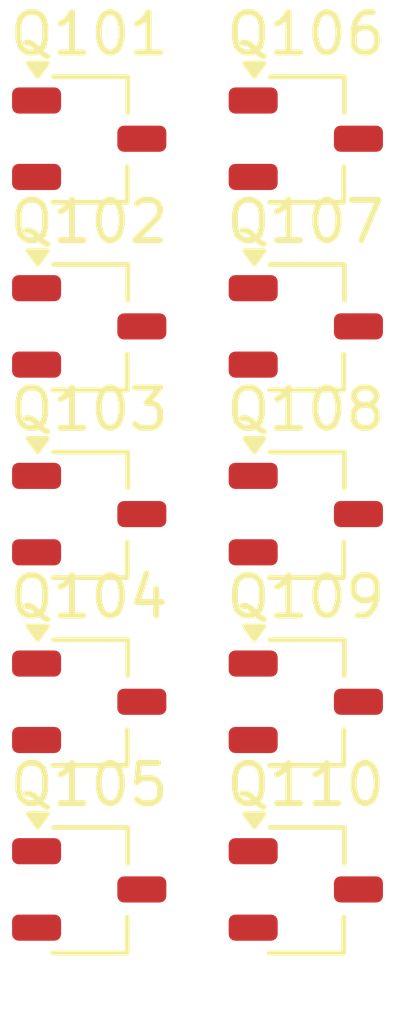
<source format=kicad_pcb>
(kicad_pcb (version 20241229) (generator "pcbnew") (generator_version "9.0")
  (layers (0 "F.Cu" signal) (2 "B.Cu" signal) (13 "F.Paste" user) (15 "B.Paste" user) (5 "F.SilkS" user "F.Silkscreen") (7 "B.SilkS" user "B.Silkscreen") (1 "F.Mask" user) (3 "B.Mask" user) (25 "Edge.Cuts" user))
  (net 0 "")
  (net 1 "Net-(Q101-D)")
  (net 2 "/A")
  (net 3 "VCC")
  (net 4 "/B")
  (net 5 "Net-(Q102-S)")
  (net 6 "Net-(Q103-S)")
  (net 7 "/C")
  (net 8 "Net-(Q104-S)")
  (net 9 "/D")
  (net 10 "GND")
  (net 11 "/Y")
  (footprint "Package_TO_SOT_SMD:TSOT-23" (layer "F.Cu") (at 124.19 148.835)
    (property "Reference" "Q109" (at 0 -2.6 0) (layer "F.SilkS"))
    (property "Value" "PMOS")
    (fp_line (start 0.945 0.69) (end 0.945 1.58) (stroke (width 0.12)) (layer "F.SilkS"))
    (fp_line (start 0.945 1.58) (end -0.905 1.58) (stroke (width 0.12)) (layer "F.SilkS"))
    (fp_line (start 0.96 -1.54) (end -0.89 -1.54) (stroke (width 0.12)) (layer "F.SilkS"))
    (fp_line (start 0.96 -1.54) (end 0.96 -0.65) (stroke (width 0.12)) (layer "F.SilkS"))
    (fp_poly (pts (xy -1.28 -1.55) (xy -1.52 -1.88) (xy -1.04 -1.88) (xy -1.28 -1.55)) (stroke (width 0.12)) (fill yes) (layer "F.SilkS"))
    (pad "1" smd roundrect (at -1.31 -0.95) (size 1.22 0.65) (layers "F.Cu" "F.Mask" "F.Paste") (net 11 "/Y"))
    (pad "2" smd roundrect (at -1.31 0.95) (size 1.22 0.65) (layers "F.Cu" "F.Mask" "F.Paste") (net 1 "Net-(Q101-D)"))
    (pad "3" smd roundrect (at 1.31 0) (size 1.22 0.65) (layers "F.Cu" "F.Mask" "F.Paste") (net 3 "VCC"))
  )
  (footprint "Package_TO_SOT_SMD:TSOT-23" (layer "F.Cu") (at 118.8 148.835)
    (property "Reference" "Q104" (at 0 -2.6 0) (layer "F.SilkS"))
    (property "Value" "NMOS")
    (fp_line (start 0.945 0.69) (end 0.945 1.58) (stroke (width 0.12)) (layer "F.SilkS"))
    (fp_line (start 0.945 1.58) (end -0.905 1.58) (stroke (width 0.12)) (layer "F.SilkS"))
    (fp_line (start 0.96 -1.54) (end -0.89 -1.54) (stroke (width 0.12)) (layer "F.SilkS"))
    (fp_line (start 0.96 -1.54) (end 0.96 -0.65) (stroke (width 0.12)) (layer "F.SilkS"))
    (fp_poly (pts (xy -1.28 -1.55) (xy -1.52 -1.88) (xy -1.04 -1.88) (xy -1.28 -1.55)) (stroke (width 0.12)) (fill yes) (layer "F.SilkS"))
    (pad "1" smd roundrect (at -1.31 -0.95) (size 1.22 0.65) (layers "F.Cu" "F.Mask" "F.Paste") (net 6 "Net-(Q103-S)"))
    (pad "2" smd roundrect (at -1.31 0.95) (size 1.22 0.65) (layers "F.Cu" "F.Mask" "F.Paste") (net 7 "/C"))
    (pad "3" smd roundrect (at 1.31 0) (size 1.22 0.65) (layers "F.Cu" "F.Mask" "F.Paste") (net 8 "Net-(Q104-S)"))
  )
  (footprint "Package_TO_SOT_SMD:TSOT-23" (layer "F.Cu") (at 118.8 134.84)
    (property "Reference" "Q101" (at 0 -2.6 0) (layer "F.SilkS"))
    (property "Value" "PMOS")
    (fp_line (start 0.945 0.69) (end 0.945 1.58) (stroke (width 0.12)) (layer "F.SilkS"))
    (fp_line (start 0.945 1.58) (end -0.905 1.58) (stroke (width 0.12)) (layer "F.SilkS"))
    (fp_line (start 0.96 -1.54) (end -0.89 -1.54) (stroke (width 0.12)) (layer "F.SilkS"))
    (fp_line (start 0.96 -1.54) (end 0.96 -0.65) (stroke (width 0.12)) (layer "F.SilkS"))
    (fp_poly (pts (xy -1.28 -1.55) (xy -1.52 -1.88) (xy -1.04 -1.88) (xy -1.28 -1.55)) (stroke (width 0.12)) (fill yes) (layer "F.SilkS"))
    (pad "1" smd roundrect (at -1.31 -0.95) (size 1.22 0.65) (layers "F.Cu" "F.Mask" "F.Paste") (net 1 "Net-(Q101-D)"))
    (pad "2" smd roundrect (at -1.31 0.95) (size 1.22 0.65) (layers "F.Cu" "F.Mask" "F.Paste") (net 2 "/A"))
    (pad "3" smd roundrect (at 1.31 0) (size 1.22 0.65) (layers "F.Cu" "F.Mask" "F.Paste") (net 3 "VCC"))
  )
  (footprint "Package_TO_SOT_SMD:TSOT-23" (layer "F.Cu") (at 118.8 153.5)
    (property "Reference" "Q105" (at 0 -2.6 0) (layer "F.SilkS"))
    (property "Value" "NMOS")
    (fp_line (start 0.945 0.69) (end 0.945 1.58) (stroke (width 0.12)) (layer "F.SilkS"))
    (fp_line (start 0.945 1.58) (end -0.905 1.58) (stroke (width 0.12)) (layer "F.SilkS"))
    (fp_line (start 0.96 -1.54) (end -0.89 -1.54) (stroke (width 0.12)) (layer "F.SilkS"))
    (fp_line (start 0.96 -1.54) (end 0.96 -0.65) (stroke (width 0.12)) (layer "F.SilkS"))
    (fp_poly (pts (xy -1.28 -1.55) (xy -1.52 -1.88) (xy -1.04 -1.88) (xy -1.28 -1.55)) (stroke (width 0.12)) (fill yes) (layer "F.SilkS"))
    (pad "1" smd roundrect (at -1.31 -0.95) (size 1.22 0.65) (layers "F.Cu" "F.Mask" "F.Paste") (net 8 "Net-(Q104-S)"))
    (pad "2" smd roundrect (at -1.31 0.95) (size 1.22 0.65) (layers "F.Cu" "F.Mask" "F.Paste") (net 9 "/D"))
    (pad "3" smd roundrect (at 1.31 0) (size 1.22 0.65) (layers "F.Cu" "F.Mask" "F.Paste") (net 10 "GND"))
  )
  (footprint "Package_TO_SOT_SMD:TSOT-23" (layer "F.Cu") (at 124.19 139.505)
    (property "Reference" "Q107" (at 0 -2.6 0) (layer "F.SilkS"))
    (property "Value" "PMOS")
    (fp_line (start 0.945 0.69) (end 0.945 1.58) (stroke (width 0.12)) (layer "F.SilkS"))
    (fp_line (start 0.945 1.58) (end -0.905 1.58) (stroke (width 0.12)) (layer "F.SilkS"))
    (fp_line (start 0.96 -1.54) (end -0.89 -1.54) (stroke (width 0.12)) (layer "F.SilkS"))
    (fp_line (start 0.96 -1.54) (end 0.96 -0.65) (stroke (width 0.12)) (layer "F.SilkS"))
    (fp_poly (pts (xy -1.28 -1.55) (xy -1.52 -1.88) (xy -1.04 -1.88) (xy -1.28 -1.55)) (stroke (width 0.12)) (fill yes) (layer "F.SilkS"))
    (pad "1" smd roundrect (at -1.31 -0.95) (size 1.22 0.65) (layers "F.Cu" "F.Mask" "F.Paste") (net 1 "Net-(Q101-D)"))
    (pad "2" smd roundrect (at -1.31 0.95) (size 1.22 0.65) (layers "F.Cu" "F.Mask" "F.Paste") (net 7 "/C"))
    (pad "3" smd roundrect (at 1.31 0) (size 1.22 0.65) (layers "F.Cu" "F.Mask" "F.Paste") (net 3 "VCC"))
  )
  (footprint "Package_TO_SOT_SMD:TSOT-23" (layer "F.Cu") (at 124.19 134.84)
    (property "Reference" "Q106" (at 0 -2.6 0) (layer "F.SilkS"))
    (property "Value" "PMOS")
    (fp_line (start 0.945 0.69) (end 0.945 1.58) (stroke (width 0.12)) (layer "F.SilkS"))
    (fp_line (start 0.945 1.58) (end -0.905 1.58) (stroke (width 0.12)) (layer "F.SilkS"))
    (fp_line (start 0.96 -1.54) (end -0.89 -1.54) (stroke (width 0.12)) (layer "F.SilkS"))
    (fp_line (start 0.96 -1.54) (end 0.96 -0.65) (stroke (width 0.12)) (layer "F.SilkS"))
    (fp_poly (pts (xy -1.28 -1.55) (xy -1.52 -1.88) (xy -1.04 -1.88) (xy -1.28 -1.55)) (stroke (width 0.12)) (fill yes) (layer "F.SilkS"))
    (pad "1" smd roundrect (at -1.31 -0.95) (size 1.22 0.65) (layers "F.Cu" "F.Mask" "F.Paste") (net 1 "Net-(Q101-D)"))
    (pad "2" smd roundrect (at -1.31 0.95) (size 1.22 0.65) (layers "F.Cu" "F.Mask" "F.Paste") (net 4 "/B"))
    (pad "3" smd roundrect (at 1.31 0) (size 1.22 0.65) (layers "F.Cu" "F.Mask" "F.Paste") (net 3 "VCC"))
  )
  (footprint "Package_TO_SOT_SMD:TSOT-23" (layer "F.Cu") (at 124.19 153.5)
    (property "Reference" "Q110" (at 0 -2.6 0) (layer "F.SilkS"))
    (property "Value" "NMOS")
    (fp_line (start 0.945 0.69) (end 0.945 1.58) (stroke (width 0.12)) (layer "F.SilkS"))
    (fp_line (start 0.945 1.58) (end -0.905 1.58) (stroke (width 0.12)) (layer "F.SilkS"))
    (fp_line (start 0.96 -1.54) (end -0.89 -1.54) (stroke (width 0.12)) (layer "F.SilkS"))
    (fp_line (start 0.96 -1.54) (end 0.96 -0.65) (stroke (width 0.12)) (layer "F.SilkS"))
    (fp_poly (pts (xy -1.28 -1.55) (xy -1.52 -1.88) (xy -1.04 -1.88) (xy -1.28 -1.55)) (stroke (width 0.12)) (fill yes) (layer "F.SilkS"))
    (pad "1" smd roundrect (at -1.31 -0.95) (size 1.22 0.65) (layers "F.Cu" "F.Mask" "F.Paste") (net 11 "/Y"))
    (pad "2" smd roundrect (at -1.31 0.95) (size 1.22 0.65) (layers "F.Cu" "F.Mask" "F.Paste") (net 1 "Net-(Q101-D)"))
    (pad "3" smd roundrect (at 1.31 0) (size 1.22 0.65) (layers "F.Cu" "F.Mask" "F.Paste") (net 10 "GND"))
  )
  (footprint "Package_TO_SOT_SMD:TSOT-23" (layer "F.Cu") (at 118.8 144.17)
    (property "Reference" "Q103" (at 0 -2.6 0) (layer "F.SilkS"))
    (property "Value" "NMOS")
    (fp_line (start 0.945 0.69) (end 0.945 1.58) (stroke (width 0.12)) (layer "F.SilkS"))
    (fp_line (start 0.945 1.58) (end -0.905 1.58) (stroke (width 0.12)) (layer "F.SilkS"))
    (fp_line (start 0.96 -1.54) (end -0.89 -1.54) (stroke (width 0.12)) (layer "F.SilkS"))
    (fp_line (start 0.96 -1.54) (end 0.96 -0.65) (stroke (width 0.12)) (layer "F.SilkS"))
    (fp_poly (pts (xy -1.28 -1.55) (xy -1.52 -1.88) (xy -1.04 -1.88) (xy -1.28 -1.55)) (stroke (width 0.12)) (fill yes) (layer "F.SilkS"))
    (pad "1" smd roundrect (at -1.31 -0.95) (size 1.22 0.65) (layers "F.Cu" "F.Mask" "F.Paste") (net 5 "Net-(Q102-S)"))
    (pad "2" smd roundrect (at -1.31 0.95) (size 1.22 0.65) (layers "F.Cu" "F.Mask" "F.Paste") (net 2 "/A"))
    (pad "3" smd roundrect (at 1.31 0) (size 1.22 0.65) (layers "F.Cu" "F.Mask" "F.Paste") (net 6 "Net-(Q103-S)"))
  )
  (footprint "Package_TO_SOT_SMD:TSOT-23" (layer "F.Cu") (at 118.8 139.505)
    (property "Reference" "Q102" (at 0 -2.6 0) (layer "F.SilkS"))
    (property "Value" "NMOS")
    (fp_line (start 0.945 0.69) (end 0.945 1.58) (stroke (width 0.12)) (layer "F.SilkS"))
    (fp_line (start 0.945 1.58) (end -0.905 1.58) (stroke (width 0.12)) (layer "F.SilkS"))
    (fp_line (start 0.96 -1.54) (end -0.89 -1.54) (stroke (width 0.12)) (layer "F.SilkS"))
    (fp_line (start 0.96 -1.54) (end 0.96 -0.65) (stroke (width 0.12)) (layer "F.SilkS"))
    (fp_poly (pts (xy -1.28 -1.55) (xy -1.52 -1.88) (xy -1.04 -1.88) (xy -1.28 -1.55)) (stroke (width 0.12)) (fill yes) (layer "F.SilkS"))
    (pad "1" smd roundrect (at -1.31 -0.95) (size 1.22 0.65) (layers "F.Cu" "F.Mask" "F.Paste") (net 1 "Net-(Q101-D)"))
    (pad "2" smd roundrect (at -1.31 0.95) (size 1.22 0.65) (layers "F.Cu" "F.Mask" "F.Paste") (net 4 "/B"))
    (pad "3" smd roundrect (at 1.31 0) (size 1.22 0.65) (layers "F.Cu" "F.Mask" "F.Paste") (net 5 "Net-(Q102-S)"))
  )
  (footprint "Package_TO_SOT_SMD:TSOT-23" (layer "F.Cu") (at 124.19 144.17)
    (property "Reference" "Q108" (at 0 -2.6 0) (layer "F.SilkS"))
    (property "Value" "PMOS")
    (fp_line (start 0.945 0.69) (end 0.945 1.58) (stroke (width 0.12)) (layer "F.SilkS"))
    (fp_line (start 0.945 1.58) (end -0.905 1.58) (stroke (width 0.12)) (layer "F.SilkS"))
    (fp_line (start 0.96 -1.54) (end -0.89 -1.54) (stroke (width 0.12)) (layer "F.SilkS"))
    (fp_line (start 0.96 -1.54) (end 0.96 -0.65) (stroke (width 0.12)) (layer "F.SilkS"))
    (fp_poly (pts (xy -1.28 -1.55) (xy -1.52 -1.88) (xy -1.04 -1.88) (xy -1.28 -1.55)) (stroke (width 0.12)) (fill yes) (layer "F.SilkS"))
    (pad "1" smd roundrect (at -1.31 -0.95) (size 1.22 0.65) (layers "F.Cu" "F.Mask" "F.Paste") (net 1 "Net-(Q101-D)"))
    (pad "2" smd roundrect (at -1.31 0.95) (size 1.22 0.65) (layers "F.Cu" "F.Mask" "F.Paste") (net 9 "/D"))
    (pad "3" smd roundrect (at 1.31 0) (size 1.22 0.65) (layers "F.Cu" "F.Mask" "F.Paste") (net 3 "VCC"))
  )
)
</source>
